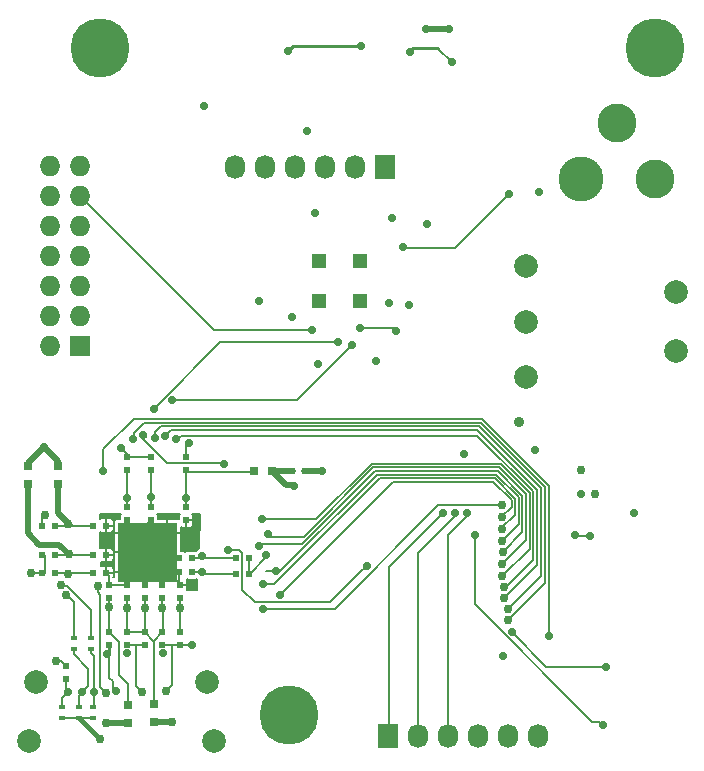
<source format=gbr>
G04 #@! TF.FileFunction,Copper,L4,Bot,Signal*
%FSLAX46Y46*%
G04 Gerber Fmt 4.6, Leading zero omitted, Abs format (unit mm)*
G04 Created by KiCad (PCBNEW (2015-04-17 BZR 5609)-product) date Fri 01 Apr 2016 01:29:39 PM CDT*
%MOMM*%
G01*
G04 APERTURE LIST*
%ADD10C,0.100000*%
%ADD11C,0.900000*%
%ADD12C,2.000000*%
%ADD13R,0.500000X0.600000*%
%ADD14R,0.600000X0.500000*%
%ADD15R,0.800000X0.750000*%
%ADD16R,0.750000X0.800000*%
%ADD17R,0.400000X0.600000*%
%ADD18R,0.600000X0.400000*%
%ADD19R,1.727200X1.727200*%
%ADD20O,1.727200X1.727200*%
%ADD21C,5.000000*%
%ADD22R,1.150000X1.150000*%
%ADD23C,3.800000*%
%ADD24C,3.300000*%
%ADD25R,1.660000X1.660000*%
%ADD26R,1.727200X2.032000*%
%ADD27O,1.727200X2.032000*%
%ADD28C,0.736600*%
%ADD29C,0.762000*%
%ADD30C,0.152400*%
%ADD31C,0.508000*%
%ADD32C,0.203200*%
%ADD33C,0.381000*%
%ADD34C,0.254000*%
G04 APERTURE END LIST*
D10*
D11*
X89291998Y-98655010D03*
D12*
X47742400Y-125687200D03*
X63442400Y-125687200D03*
X48342400Y-120737200D03*
X62842400Y-120737200D03*
D13*
X61080000Y-102777380D03*
X61080000Y-101677380D03*
X56080000Y-116450000D03*
X56080000Y-117550000D03*
X56080000Y-102777380D03*
X56080000Y-101677380D03*
X57585000Y-116450000D03*
X57585000Y-117550000D03*
D14*
X61550000Y-111424720D03*
X60450000Y-111424720D03*
D13*
X59080000Y-116450000D03*
X59080000Y-117550000D03*
X61080000Y-105879720D03*
X61080000Y-106979720D03*
X56080000Y-113580000D03*
X56080000Y-112480000D03*
X56080000Y-105879720D03*
X56080000Y-106979720D03*
X57585000Y-113580000D03*
X57585000Y-112480000D03*
D14*
X65310000Y-111521240D03*
X66410000Y-111521240D03*
D13*
X59080000Y-113580000D03*
X59080000Y-112480000D03*
X54580000Y-116450000D03*
X54580000Y-117550000D03*
D14*
X50019040Y-111467600D03*
X48919040Y-111467600D03*
X50019040Y-109967600D03*
X48919040Y-109967600D03*
D13*
X60580000Y-116450000D03*
X60580000Y-117550000D03*
D14*
X50019040Y-107467600D03*
X48919040Y-107467600D03*
X53194240Y-109967600D03*
X54294240Y-109967600D03*
D13*
X54580000Y-113580000D03*
X54580000Y-112480000D03*
X58080000Y-102777380D03*
X58080000Y-101677380D03*
X60580000Y-113580000D03*
X60580000Y-112480000D03*
D14*
X65310000Y-110220000D03*
X66410000Y-110220000D03*
X53194240Y-111467600D03*
X54294240Y-111467600D03*
X53194240Y-107467600D03*
X54294240Y-107467600D03*
D13*
X58090000Y-105879720D03*
X58090000Y-106979720D03*
D14*
X61550000Y-110220000D03*
X60450000Y-110220000D03*
D15*
X68357180Y-102880160D03*
X66857180Y-102880160D03*
D16*
X58348880Y-124089860D03*
X58348880Y-122589860D03*
X56151780Y-124143200D03*
X56151780Y-122643200D03*
X50215800Y-102450200D03*
X50215800Y-103950200D03*
X47701200Y-102450200D03*
X47701200Y-103950200D03*
D17*
X70162000Y-102870000D03*
X71062000Y-102870000D03*
D18*
X53182900Y-123756080D03*
X53182900Y-122856080D03*
X51968780Y-123748460D03*
X51968780Y-122848460D03*
X50579400Y-123756080D03*
X50579400Y-122856080D03*
X51562000Y-116991980D03*
X51562000Y-117891980D03*
X53065680Y-116999600D03*
X53065680Y-117899600D03*
D13*
X50921920Y-120478640D03*
X50921920Y-119378640D03*
D19*
X52110640Y-92290900D03*
D20*
X49570640Y-92290900D03*
X52110640Y-89750900D03*
X49570640Y-89750900D03*
X52110640Y-87210900D03*
X49570640Y-87210900D03*
X52110640Y-84670900D03*
X49570640Y-84670900D03*
X52110640Y-82130900D03*
X49570640Y-82130900D03*
X52110640Y-79590900D03*
X49570640Y-79590900D03*
X52110640Y-77050900D03*
X49570640Y-77050900D03*
D21*
X53797200Y-67005200D03*
X69800013Y-123500007D03*
X100787200Y-67005200D03*
D22*
X75768280Y-85030800D03*
X72318280Y-85030800D03*
X75768280Y-88480800D03*
X72318280Y-88480800D03*
D23*
X94540200Y-78143100D03*
D24*
X100790200Y-78143100D03*
X97540200Y-73343100D03*
D12*
X89834720Y-90192420D03*
X89834720Y-94892420D03*
X89834720Y-85492420D03*
X102534720Y-87688420D03*
X102534720Y-92696420D03*
D25*
X56170000Y-111377600D03*
X56170000Y-109717600D03*
X56170000Y-108057600D03*
X57830000Y-108057600D03*
X57830000Y-109717600D03*
X57830000Y-111377600D03*
X59490000Y-108057600D03*
X59490000Y-109717600D03*
X59490000Y-111377600D03*
D26*
X78180000Y-125260000D03*
D27*
X80720000Y-125260000D03*
X83260000Y-125260000D03*
X85800000Y-125260000D03*
X88340000Y-125260000D03*
X90880000Y-125260000D03*
D26*
X77876400Y-77063600D03*
D27*
X75336400Y-77063600D03*
X72796400Y-77063600D03*
X70256400Y-77063600D03*
X67716400Y-77063600D03*
X65176400Y-77063600D03*
D28*
X61569600Y-117551200D03*
D29*
X59385200Y-121462800D03*
X57302400Y-121513600D03*
X47955200Y-111506000D03*
X49098190Y-106527600D03*
D28*
X67840343Y-109976179D03*
X90593070Y-101055010D03*
X83300000Y-65390000D03*
X81407000Y-65405000D03*
X79950000Y-88790000D03*
X67259200Y-88450420D03*
X90932000Y-79248000D03*
X87900000Y-118490000D03*
X55591358Y-100892799D03*
X61350000Y-100436910D03*
X55185443Y-121503961D03*
X54396910Y-118364000D03*
X59091898Y-118231128D03*
X56086920Y-118247921D03*
D29*
X53594000Y-112572800D03*
X54289998Y-121610000D03*
D28*
X53300000Y-121574551D03*
X52300000Y-121574551D03*
X51050000Y-121574551D03*
D29*
X50088800Y-118922800D03*
X54576980Y-114382079D03*
X60580000Y-114462608D03*
X56080000Y-114462608D03*
X57585000Y-114462608D03*
X59080000Y-114465651D03*
D28*
X56080000Y-105093069D03*
X61080000Y-105093069D03*
X62410340Y-111414560D03*
D29*
X51096658Y-111577210D03*
X51104059Y-107357990D03*
D28*
X58080000Y-105016860D03*
X62466220Y-110045500D03*
X91805770Y-116840000D03*
X54073270Y-102801420D03*
X59921579Y-96827779D03*
X75100000Y-92140000D03*
D29*
X51155600Y-109857990D03*
X50444400Y-112522000D03*
X50888980Y-113331968D03*
X59842400Y-124104400D03*
D28*
X70210000Y-104090000D03*
D29*
X54320000Y-124190000D03*
D28*
X49050000Y-100840000D03*
X62600000Y-71940000D03*
D29*
X53771800Y-125501400D03*
D28*
X72590000Y-102860000D03*
X98983799Y-106428262D03*
X72263000Y-93751400D03*
X81450000Y-81940000D03*
X94475000Y-104765000D03*
X71350000Y-74040000D03*
D29*
X95675002Y-104790000D03*
D28*
X64272160Y-102247711D03*
X57460000Y-99760000D03*
X56610994Y-100103958D03*
D29*
X88302742Y-115481392D03*
X88290400Y-114553996D03*
D28*
X58450000Y-100088098D03*
D29*
X88009498Y-113589183D03*
D28*
X59328341Y-99836920D03*
D29*
X87971200Y-112674400D03*
D28*
X60181918Y-100136920D03*
D29*
X87864109Y-111722998D03*
D28*
X67500000Y-106940000D03*
D29*
X87846457Y-110745215D03*
D28*
X68040000Y-108176910D03*
D29*
X87867404Y-109718569D03*
D28*
X67242921Y-109217079D03*
D29*
X87849222Y-108758128D03*
D28*
X68710000Y-111326920D03*
D29*
X87847027Y-107744534D03*
D28*
X67560000Y-112443080D03*
D29*
X87846609Y-106745035D03*
D28*
X68991087Y-113339480D03*
D29*
X87844873Y-105747095D03*
D28*
X67550000Y-114538750D03*
X64617600Y-109554910D03*
X76418173Y-110846920D03*
X78251158Y-88638842D03*
X77150000Y-93540000D03*
X70078600Y-89839800D03*
X79450000Y-83890000D03*
X71950000Y-81040000D03*
X78500000Y-81440000D03*
X88400000Y-79390000D03*
D29*
X94495091Y-102723209D03*
D28*
X84600000Y-101440000D03*
X69700000Y-67290000D03*
X75900000Y-66890000D03*
X80000000Y-67340000D03*
X83550000Y-68240000D03*
X85577304Y-108219923D03*
X96340000Y-124380000D03*
X75800000Y-90740000D03*
X78881210Y-90952157D03*
X95275411Y-108341278D03*
X94009525Y-108263681D03*
X84836000Y-106426000D03*
X83820000Y-106426000D03*
X82804000Y-106426000D03*
X96620000Y-119420000D03*
X88650000Y-116440000D03*
X71729600Y-90932000D03*
X58318400Y-97586800D03*
X73905977Y-91946724D03*
D30*
X54580000Y-118165190D02*
X54580000Y-120120000D01*
X59874312Y-117550000D02*
X60580000Y-117550000D01*
X59080000Y-117550000D02*
X59874312Y-117550000D01*
X59874312Y-117550000D02*
X59874312Y-120973688D01*
X59874312Y-120973688D02*
X59385200Y-121462800D01*
X56870883Y-117550000D02*
X57585000Y-117550000D01*
X56080000Y-117550000D02*
X56870883Y-117550000D01*
X56870883Y-117550000D02*
X56870883Y-121082083D01*
X56870883Y-121082083D02*
X57302400Y-121513600D01*
X60580000Y-117550000D02*
X61568400Y-117550000D01*
X61568400Y-117550000D02*
X61569600Y-117551200D01*
X48919040Y-111467600D02*
X47993600Y-111467600D01*
X47993600Y-111467600D02*
X47955200Y-111506000D01*
X48919040Y-107467600D02*
X48919040Y-106706750D01*
X48919040Y-106706750D02*
X49098190Y-106527600D01*
X60450000Y-111424720D02*
X59537120Y-111424720D01*
X59537120Y-111424720D02*
X59490000Y-111377600D01*
X60450000Y-110220000D02*
X59992400Y-110220000D01*
X59992400Y-110220000D02*
X59490000Y-109717600D01*
X66410000Y-111521240D02*
X66410000Y-110220000D01*
X61080000Y-101677380D02*
X61080000Y-100545750D01*
X61080000Y-100545750D02*
X61274960Y-100350790D01*
X58080000Y-101677380D02*
X57677600Y-101677380D01*
X57677600Y-101677380D02*
X56080000Y-101677380D01*
X57830000Y-108057600D02*
X57830000Y-107239720D01*
X57830000Y-107239720D02*
X58090000Y-106979720D01*
X56170000Y-108057600D02*
X56170000Y-107069720D01*
X56170000Y-107069720D02*
X56080000Y-106979720D01*
X56080000Y-112480000D02*
X56080000Y-111467600D01*
X56080000Y-111467600D02*
X56170000Y-111377600D01*
X60580000Y-112480000D02*
X60580000Y-112430000D01*
X60580000Y-112430000D02*
X59527600Y-111377600D01*
X59527600Y-111377600D02*
X59490000Y-111377600D01*
X57585000Y-112480000D02*
X57585000Y-111622600D01*
X57585000Y-111622600D02*
X57830000Y-111377600D01*
X59080000Y-112480000D02*
X59080000Y-111787600D01*
X59080000Y-111787600D02*
X59490000Y-111377600D01*
X56080000Y-112480000D02*
X54580000Y-112480000D01*
X49173040Y-110776538D02*
X49173040Y-110846960D01*
D31*
X81407000Y-65405000D02*
X83312000Y-65405000D01*
D30*
X54580000Y-112480000D02*
X54580000Y-111753360D01*
X54580000Y-111753360D02*
X54294240Y-111467600D01*
X60580000Y-112480000D02*
X60477400Y-112377400D01*
X60477400Y-112377400D02*
X60477400Y-111452120D01*
X60477400Y-111452120D02*
X60450000Y-111424720D01*
X49173040Y-110776538D02*
X49173040Y-111467600D01*
X49173040Y-109967600D02*
X49173040Y-110776538D01*
X59094090Y-117564090D02*
X59080000Y-117550000D01*
X54580000Y-118165190D02*
X54575190Y-118170000D01*
X54580000Y-117550000D02*
X54580000Y-118165190D01*
X66460000Y-111521240D02*
X67840343Y-110140897D01*
X66410000Y-111521240D02*
X66460000Y-111521240D01*
X67840343Y-110140897D02*
X67840343Y-109976179D01*
D32*
X83300000Y-65390000D02*
X81422000Y-65390000D01*
X81422000Y-65390000D02*
X81407000Y-65405000D01*
D30*
X56080000Y-101381441D02*
X55591358Y-100892799D01*
X56080000Y-101677380D02*
X56080000Y-101381441D01*
X61274960Y-100361870D02*
X61350000Y-100436910D01*
X61274960Y-100350790D02*
X61274960Y-100361870D01*
X54580000Y-120120000D02*
X54580000Y-120340000D01*
X54899599Y-121218117D02*
X55185443Y-121503961D01*
X54899599Y-120659599D02*
X54899599Y-121218117D01*
X54580000Y-120340000D02*
X54899599Y-120659599D01*
X54610000Y-117580000D02*
X54580000Y-117550000D01*
X54610000Y-118150910D02*
X54610000Y-117580000D01*
X54396910Y-118364000D02*
X54610000Y-118150910D01*
X53594000Y-112572800D02*
X53594000Y-113111615D01*
X53594000Y-113111615D02*
X53800000Y-113317615D01*
X53800000Y-113317615D02*
X53800000Y-121120002D01*
X53800000Y-121120002D02*
X53908999Y-121229001D01*
X53908999Y-121229001D02*
X54289998Y-121610000D01*
X53300000Y-121574551D02*
X53300000Y-122738980D01*
X53300000Y-122738980D02*
X53182900Y-122856080D01*
X53300000Y-120840000D02*
X53300000Y-121574551D01*
X53065680Y-117899600D02*
X53065680Y-118252000D01*
X53065680Y-118252000D02*
X53300000Y-118486320D01*
X53300000Y-118486320D02*
X53300000Y-120840000D01*
X52811680Y-119565420D02*
X52811680Y-121062871D01*
X52811680Y-121062871D02*
X52300000Y-121574551D01*
X51968780Y-122848460D02*
X51968780Y-121905771D01*
X51968780Y-121905771D02*
X52300000Y-121574551D01*
X51562000Y-118315740D02*
X52811680Y-119565420D01*
X51562000Y-117891980D02*
X51562000Y-118315740D01*
X50921920Y-120478640D02*
X50921920Y-121461920D01*
X50921920Y-121461920D02*
X51050000Y-121590000D01*
X51050000Y-121590000D02*
X51050000Y-121574551D01*
X50579400Y-122856080D02*
X50579400Y-122045151D01*
X50579400Y-122045151D02*
X51050000Y-121574551D01*
X50455920Y-118912640D02*
X50921920Y-119378640D01*
X50078640Y-118912640D02*
X50455920Y-118912640D01*
X56151780Y-122643200D02*
X56151780Y-120845580D01*
X56151780Y-120845580D02*
X55397400Y-120091200D01*
X55397400Y-120091200D02*
X55397400Y-117317400D01*
X55397400Y-117317400D02*
X54580000Y-116500000D01*
X54580000Y-116500000D02*
X54580000Y-116450000D01*
X60580000Y-116500000D02*
X60580000Y-116450000D01*
X54580000Y-114379059D02*
X54580000Y-114484225D01*
X54580000Y-113580000D02*
X54580000Y-114379059D01*
X60580000Y-113580000D02*
X60580000Y-114032400D01*
X60580000Y-114462608D02*
X60580000Y-114363284D01*
X60580000Y-114032400D02*
X60580000Y-114462608D01*
X54576980Y-114382079D02*
X54576980Y-116486940D01*
X54580000Y-114379059D02*
X54576980Y-114382079D01*
X60581540Y-114464148D02*
X60581540Y-116423440D01*
X60580000Y-114462608D02*
X60581540Y-114464148D01*
X59080000Y-113580000D02*
X59080000Y-114465651D01*
X59080000Y-114465651D02*
X59080000Y-114655200D01*
X59080000Y-114655200D02*
X59098180Y-114673380D01*
X59098180Y-114673380D02*
X59098180Y-116474240D01*
X57585000Y-114462608D02*
X57585000Y-113580000D01*
X58430160Y-122579700D02*
X58356500Y-122506040D01*
X58356500Y-122506040D02*
X58356500Y-121953640D01*
X58356500Y-121953640D02*
X58356500Y-119819830D01*
X58356500Y-119938800D02*
X58356500Y-119819830D01*
X58356500Y-119819830D02*
X58356500Y-117223500D01*
X57585000Y-116450000D02*
X56080000Y-116450000D01*
X58356500Y-117223500D02*
X58308500Y-117223500D01*
X58308500Y-117223500D02*
X57585000Y-116500000D01*
X57585000Y-116500000D02*
X57585000Y-116450000D01*
X58356500Y-117223500D02*
X59080000Y-116500000D01*
X59080000Y-116500000D02*
X59080000Y-116450000D01*
X56080000Y-113580000D02*
X56080000Y-114032400D01*
X56080000Y-114544404D02*
X56080000Y-114462608D01*
X56080000Y-114032400D02*
X56080000Y-114544404D01*
X56083200Y-114547604D02*
X56083200Y-116507260D01*
X56080000Y-114544404D02*
X56083200Y-114547604D01*
X57585000Y-116465960D02*
X57581800Y-116469160D01*
X57585000Y-113580000D02*
X57585000Y-116465960D01*
X65310000Y-111521240D02*
X62517020Y-111521240D01*
X62517020Y-111521240D02*
X62410340Y-111414560D01*
X61550000Y-111424720D02*
X62400180Y-111424720D01*
X62400180Y-111424720D02*
X62410340Y-111414560D01*
X61080000Y-102827380D02*
X61080000Y-105024814D01*
X61080000Y-105024814D02*
X61080000Y-105879720D01*
X61080000Y-102777380D02*
X61080000Y-102827380D01*
X56080000Y-105016860D02*
X56080000Y-102591960D01*
X56080000Y-105879720D02*
X56080000Y-105016860D01*
X56098440Y-102614820D02*
X56075580Y-102591960D01*
X66807340Y-102930000D02*
X66857180Y-102880160D01*
X61232620Y-102930000D02*
X66807340Y-102930000D01*
X61080000Y-102777380D02*
X61232620Y-102930000D01*
X51096658Y-111577210D02*
X50974648Y-111455200D01*
X50974648Y-111455200D02*
X50031440Y-111455200D01*
X50031440Y-111455200D02*
X50019040Y-111467600D01*
X53194240Y-111467600D02*
X51206268Y-111467600D01*
X51206268Y-111467600D02*
X51096658Y-111577210D01*
X51104059Y-107357990D02*
X50969249Y-107492800D01*
X50969249Y-107492800D02*
X50044240Y-107492800D01*
X50044240Y-107492800D02*
X50019040Y-107467600D01*
X53194240Y-107467600D02*
X51308200Y-107467600D01*
X51308200Y-107467600D02*
X51231800Y-107391200D01*
X51181068Y-107391200D02*
X51231800Y-107391200D01*
X51104668Y-107467600D02*
X51181068Y-107391200D01*
X61644620Y-110220000D02*
X61645380Y-110220760D01*
X61645380Y-110220760D02*
X62290960Y-110220760D01*
X62290960Y-110220760D02*
X62466220Y-110045500D01*
X62640720Y-110220000D02*
X62466220Y-110045500D01*
X65310000Y-110220000D02*
X62640720Y-110220000D01*
X65312200Y-110220760D02*
X64282320Y-110220760D01*
X58080000Y-104953584D02*
X58080000Y-105869720D01*
X58080000Y-102777380D02*
X58080000Y-104953584D01*
X58080000Y-104953584D02*
X58080000Y-105047553D01*
X58080000Y-105869720D02*
X58090000Y-105879720D01*
X51104668Y-107467600D02*
X53194240Y-107467600D01*
X51096658Y-111467600D02*
X51056608Y-111467600D01*
D31*
X50215800Y-106375200D02*
X51231800Y-107391200D01*
X50215800Y-103950200D02*
X50215800Y-106375200D01*
D30*
X56644239Y-98445761D02*
X54073270Y-101016730D01*
X91810000Y-116780000D02*
X91810000Y-104093579D01*
X91810000Y-104093579D02*
X86162182Y-98445761D01*
X86162182Y-98445761D02*
X56644239Y-98445761D01*
X54073270Y-101016730D02*
X54073270Y-102280566D01*
X54073270Y-102280566D02*
X54073270Y-102801420D01*
X59918600Y-96824800D02*
X70446736Y-96824800D01*
X70446736Y-96824800D02*
X74833498Y-92438038D01*
X74833498Y-92438038D02*
X75112897Y-92158639D01*
X51155600Y-109857990D02*
X51031590Y-109982000D01*
X51031590Y-109982000D02*
X50033440Y-109982000D01*
X50033440Y-109982000D02*
X50019040Y-109967600D01*
D31*
X47701200Y-103950200D02*
X47701200Y-108131200D01*
X47701200Y-108131200D02*
X48650000Y-109080000D01*
X48650000Y-109080000D02*
X50349928Y-109080000D01*
X50349928Y-109080000D02*
X51216808Y-109946880D01*
D30*
X51240838Y-109967600D02*
X51112678Y-109967600D01*
X53194240Y-109967600D02*
X51240838Y-109967600D01*
X50839527Y-112572800D02*
X50495200Y-112572800D01*
X50495200Y-112572800D02*
X50444400Y-112522000D01*
X53030120Y-114610989D02*
X50991931Y-112572800D01*
X53030120Y-116953880D02*
X53030120Y-114610989D01*
X50991931Y-112572800D02*
X50839527Y-112572800D01*
X51562000Y-113893600D02*
X51231799Y-113563399D01*
X51231799Y-113563399D02*
X50952400Y-113284000D01*
X51562000Y-116991980D02*
X51562000Y-113893600D01*
D31*
X59842400Y-124104400D02*
X58363420Y-124104400D01*
X58363420Y-124104400D02*
X58348880Y-124089860D01*
X68357180Y-102880160D02*
X68615560Y-102880160D01*
X70162000Y-102870000D02*
X68367340Y-102870000D01*
X68367340Y-102870000D02*
X68357180Y-102880160D01*
X68357180Y-102880160D02*
X68382180Y-102880160D01*
X68382180Y-102880160D02*
X69572020Y-104070000D01*
X70190000Y-104070000D02*
X70210000Y-104090000D01*
X69572020Y-104070000D02*
X70190000Y-104070000D01*
X56151780Y-124143200D02*
X54366800Y-124143200D01*
X54366800Y-124143200D02*
X54320000Y-124190000D01*
D33*
X47678340Y-102424800D02*
X47678340Y-102399800D01*
X50223420Y-102316280D02*
X50223420Y-102291280D01*
D31*
X50215800Y-102005800D02*
X49050000Y-100840000D01*
X50215800Y-102450200D02*
X50215800Y-102005800D01*
X47701200Y-102188800D02*
X49050000Y-100840000D01*
X47701200Y-102450200D02*
X47701200Y-102188800D01*
D33*
X52468780Y-124198380D02*
X53771800Y-125501400D01*
D30*
X53182900Y-123756080D02*
X51976400Y-123756080D01*
X50579400Y-123756080D02*
X51961160Y-123756080D01*
D31*
X72580000Y-102870000D02*
X72590000Y-102860000D01*
X71062000Y-102870000D02*
X72580000Y-102870000D01*
D33*
X52018860Y-123748460D02*
X52468780Y-124198380D01*
X51968780Y-123748460D02*
X52018860Y-123748460D01*
D30*
X64272160Y-102207060D02*
X64272160Y-102247711D01*
X59497060Y-102207060D02*
X64272160Y-102207060D01*
X57460000Y-100170000D02*
X59497060Y-102207060D01*
X57460000Y-99820000D02*
X57460000Y-100170000D01*
X57460000Y-99801800D02*
X57460000Y-99760000D01*
X57647840Y-99989640D02*
X57460000Y-99801800D01*
X56657240Y-100015040D02*
X56657240Y-99599346D01*
X86015010Y-98750571D02*
X91449311Y-104184872D01*
X56657240Y-99599346D02*
X57506015Y-98750571D01*
X88683741Y-115100393D02*
X88302742Y-115481392D01*
X91449311Y-112334823D02*
X88683741Y-115100393D01*
X91449311Y-104184872D02*
X91449311Y-112334823D01*
X57506015Y-98750571D02*
X86015010Y-98750571D01*
X88671399Y-114172997D02*
X88290400Y-114553996D01*
X91119413Y-104306963D02*
X91119413Y-111724983D01*
X85867830Y-99055380D02*
X91119413Y-104306963D01*
X58961864Y-99055380D02*
X85867830Y-99055380D01*
X58450000Y-100088098D02*
X58450000Y-99567244D01*
X91119413Y-111724983D02*
X88671399Y-114172997D01*
X58450000Y-99567244D02*
X58961864Y-99055380D01*
X87986269Y-113588153D02*
X88240247Y-113588153D01*
X88390497Y-113208184D02*
X88009498Y-113589183D01*
X90764423Y-104424881D02*
X90764423Y-110834258D01*
X59161680Y-100025220D02*
X59826710Y-99360190D01*
X90764423Y-110834258D02*
X88390497Y-113208184D01*
X85699732Y-99360190D02*
X90764423Y-104424881D01*
X59826710Y-99360190D02*
X85699732Y-99360190D01*
X60441185Y-100037950D02*
X60028094Y-100037950D01*
X60639135Y-99840000D02*
X60441185Y-100037950D01*
X85748476Y-99840000D02*
X60639135Y-99840000D01*
X90459614Y-104551138D02*
X85748476Y-99840000D01*
X90459617Y-110352783D02*
X90459617Y-104551145D01*
X87985600Y-112623600D02*
X88188800Y-112623600D01*
X90459617Y-104551145D02*
X90459614Y-104551138D01*
X87971200Y-112674400D02*
X87985600Y-112660000D01*
X88188800Y-112623600D02*
X90459617Y-110352783D01*
X87985600Y-112660000D02*
X87985600Y-112623600D01*
X67553840Y-107129580D02*
X67553840Y-107124646D01*
X67553840Y-107124646D02*
X67533457Y-107104263D01*
X72076660Y-106940000D02*
X67613880Y-106940000D01*
X67613880Y-106940000D02*
X67437000Y-107116880D01*
X76790705Y-102225955D02*
X72076660Y-106940000D01*
X87703363Y-102225955D02*
X76790705Y-102225955D01*
X90154808Y-104677402D02*
X87703363Y-102225955D01*
X90154808Y-109432299D02*
X90154808Y-104677402D01*
X87864109Y-111722998D02*
X90154808Y-109432299D01*
X68268725Y-108405635D02*
X68040000Y-108176910D01*
X71042091Y-108405635D02*
X68268725Y-108405635D01*
X76916961Y-102530765D02*
X71042091Y-108405635D01*
X89849998Y-104803658D02*
X87577107Y-102530765D01*
X89849998Y-108671322D02*
X89849998Y-104803658D01*
X89501980Y-109019340D02*
X89849998Y-108671322D01*
X87577107Y-102530765D02*
X76916961Y-102530765D01*
X89494310Y-109019340D02*
X89501980Y-109019340D01*
X87754410Y-110759240D02*
X89494310Y-109019340D01*
X89545189Y-104929915D02*
X89545189Y-108040784D01*
X87450851Y-102835575D02*
X89545189Y-104929915D01*
X77090071Y-102835575D02*
X87450851Y-102835575D01*
X70883442Y-109042200D02*
X77090071Y-102835575D01*
X67417800Y-109042200D02*
X70883442Y-109042200D01*
X89545189Y-108040784D02*
X87867404Y-109718569D01*
X67242921Y-109217079D02*
X67417800Y-109042200D01*
X67816754Y-111338297D02*
X69018411Y-111338297D01*
X88072758Y-108522603D02*
X87780659Y-108814702D01*
X69018411Y-111338297D02*
X77216327Y-103140385D01*
X89240379Y-105056171D02*
X89240379Y-107354982D01*
X89240379Y-107354982D02*
X88072758Y-108522603D01*
X87324597Y-103140387D02*
X89240379Y-105056171D01*
X77216327Y-103140385D02*
X87324597Y-103140387D01*
X88935569Y-106544431D02*
X87770000Y-107710000D01*
X88935569Y-105182427D02*
X88935569Y-106544431D01*
X87198340Y-103445196D02*
X88935569Y-105182427D01*
X77458218Y-103445196D02*
X87198340Y-103445196D01*
X68523696Y-112379718D02*
X77458218Y-103445196D01*
X67828160Y-112379718D02*
X68523696Y-112379718D01*
X87773369Y-106733340D02*
X88630759Y-105875950D01*
X88630759Y-105875950D02*
X88630759Y-105308683D01*
X69359386Y-112971181D02*
X68991087Y-113339480D01*
X88630759Y-105308683D02*
X87072083Y-103750005D01*
X87072083Y-103750005D02*
X78580562Y-103750005D01*
X78580562Y-103750005D02*
X69359386Y-112971181D01*
X73677598Y-114493040D02*
X82417457Y-105753181D01*
X87305704Y-105753181D02*
X87718795Y-105753181D01*
X82417457Y-105753181D02*
X87305704Y-105753181D01*
X67595710Y-114493040D02*
X68022996Y-114493040D01*
X67550000Y-114538750D02*
X67595710Y-114493040D01*
X68022996Y-114493040D02*
X73677598Y-114493040D01*
X67884040Y-114493040D02*
X68022996Y-114493040D01*
X76124834Y-111140259D02*
X76418173Y-110846920D01*
X76057741Y-111140259D02*
X76124834Y-111140259D01*
X73256160Y-113941840D02*
X76057741Y-111140259D01*
X66893420Y-113941840D02*
X73256160Y-113941840D01*
X65841880Y-112890300D02*
X66893420Y-113941840D01*
X65841880Y-109788958D02*
X65841880Y-112890300D01*
X65585342Y-109532420D02*
X65841880Y-109788958D01*
X64617600Y-109532420D02*
X65585342Y-109532420D01*
X79451200Y-83921600D02*
X83855932Y-83921600D01*
X83855932Y-83921600D02*
X88079767Y-79697765D01*
X88079767Y-79697765D02*
X88359166Y-79418366D01*
D34*
X70144310Y-66888690D02*
X75914970Y-66888690D01*
X80010000Y-67310000D02*
X80264000Y-67056000D01*
X80264000Y-67056000D02*
X82403900Y-67056000D01*
X70101310Y-66888690D02*
X69700000Y-67290000D01*
X70144310Y-66888690D02*
X70101310Y-66888690D01*
D32*
X82403900Y-67093900D02*
X83550000Y-68240000D01*
X82403900Y-67056000D02*
X82403900Y-67093900D01*
D30*
X76092233Y-90932000D02*
X75946030Y-90785797D01*
X96113601Y-124142501D02*
X96393000Y-124421900D01*
X96024996Y-124064996D02*
X96024996Y-124053896D01*
X96340000Y-124380000D02*
X96024996Y-124064996D01*
X96024996Y-124053896D02*
X96113601Y-124142501D01*
X78669053Y-90740000D02*
X78881210Y-90952157D01*
X75800000Y-90740000D02*
X78669053Y-90740000D01*
X95413896Y-124053896D02*
X96024996Y-124053896D01*
X85496400Y-114136400D02*
X95413896Y-124053896D01*
X85496400Y-108254800D02*
X85496400Y-114136400D01*
X94087122Y-108341278D02*
X94009525Y-108263681D01*
X95275411Y-108341278D02*
X94087122Y-108341278D01*
X83260000Y-125107600D02*
X83260000Y-125260000D01*
X83260000Y-108256000D02*
X83260000Y-125107600D01*
X84836000Y-106680000D02*
X83260000Y-108256000D01*
X84836000Y-106426000D02*
X84836000Y-106680000D01*
X80720000Y-124091600D02*
X80720000Y-125260000D01*
X80720000Y-109780000D02*
X80720000Y-124091600D01*
X83820000Y-106680000D02*
X80720000Y-109780000D01*
X83820000Y-106426000D02*
X83820000Y-106680000D01*
X78232000Y-125208000D02*
X78180000Y-125260000D01*
X78232000Y-110998000D02*
X78232000Y-125208000D01*
X82804000Y-106426000D02*
X78232000Y-110998000D01*
X88650000Y-116490000D02*
X88650000Y-116440000D01*
X91590800Y-119430800D02*
X88650000Y-116490000D01*
X96672400Y-119430800D02*
X91590800Y-119430800D01*
X52110640Y-79590900D02*
X63451740Y-90932000D01*
X63451740Y-90932000D02*
X71334469Y-90932000D01*
X71334469Y-90932000D02*
X71729600Y-90932000D01*
X58597799Y-97307401D02*
X58318400Y-97586800D01*
X63958476Y-91946724D02*
X58597799Y-97307401D01*
X73905977Y-91946724D02*
X63958476Y-91946724D01*
D32*
G36*
X54601270Y-112481270D02*
X54581270Y-112481270D01*
X54581270Y-112501270D01*
X54578730Y-112501270D01*
X54578730Y-112481270D01*
X54558730Y-112481270D01*
X54558730Y-112478730D01*
X54578730Y-112478730D01*
X54578730Y-112458730D01*
X54581270Y-112458730D01*
X54581270Y-112478730D01*
X54601270Y-112478730D01*
X54601270Y-112481270D01*
X54601270Y-112481270D01*
G37*
X54601270Y-112481270D02*
X54581270Y-112481270D01*
X54581270Y-112501270D01*
X54578730Y-112501270D01*
X54578730Y-112481270D01*
X54558730Y-112481270D01*
X54558730Y-112478730D01*
X54578730Y-112478730D01*
X54578730Y-112458730D01*
X54581270Y-112458730D01*
X54581270Y-112478730D01*
X54601270Y-112478730D01*
X54601270Y-112481270D01*
G36*
X62030751Y-112040768D02*
X61995361Y-112888528D01*
X61167232Y-112895076D01*
X61185600Y-112850733D01*
X61185600Y-112570170D01*
X61096700Y-112481270D01*
X60581270Y-112481270D01*
X60581270Y-112501270D01*
X60578730Y-112501270D01*
X60578730Y-112481270D01*
X60558730Y-112481270D01*
X60558730Y-112478730D01*
X60578730Y-112478730D01*
X60578730Y-112458730D01*
X60581270Y-112458730D01*
X60581270Y-112478730D01*
X61096700Y-112478730D01*
X61185600Y-112389830D01*
X61185600Y-112109267D01*
X61147249Y-112016680D01*
X61250000Y-112037287D01*
X61850000Y-112037287D01*
X61983304Y-112011422D01*
X61999748Y-112027895D01*
X62030751Y-112040768D01*
X62030751Y-112040768D01*
G37*
X62030751Y-112040768D02*
X61995361Y-112888528D01*
X61167232Y-112895076D01*
X61185600Y-112850733D01*
X61185600Y-112570170D01*
X61096700Y-112481270D01*
X60581270Y-112481270D01*
X60581270Y-112501270D01*
X60578730Y-112501270D01*
X60578730Y-112481270D01*
X60558730Y-112481270D01*
X60558730Y-112478730D01*
X60578730Y-112478730D01*
X60578730Y-112458730D01*
X60581270Y-112458730D01*
X60581270Y-112478730D01*
X61096700Y-112478730D01*
X61185600Y-112389830D01*
X61185600Y-112109267D01*
X61147249Y-112016680D01*
X61250000Y-112037287D01*
X61850000Y-112037287D01*
X61983304Y-112011422D01*
X61999748Y-112027895D01*
X62030751Y-112040768D01*
G36*
X62263657Y-106461741D02*
X62141138Y-109396560D01*
X62056699Y-109431450D01*
X61875321Y-109612511D01*
X61850000Y-109607433D01*
X61685600Y-109607433D01*
X61685600Y-107350453D01*
X61685600Y-107069890D01*
X61596700Y-106980990D01*
X61081270Y-106980990D01*
X61081270Y-107546420D01*
X61170170Y-107635320D01*
X61259267Y-107635320D01*
X61400733Y-107635320D01*
X61531431Y-107581183D01*
X61631463Y-107481151D01*
X61685600Y-107350453D01*
X61685600Y-109607433D01*
X61250000Y-109607433D01*
X61114411Y-109633741D01*
X60995241Y-109712023D01*
X60995110Y-109712216D01*
X60951431Y-109668537D01*
X60820733Y-109614400D01*
X60675600Y-109614400D01*
X60675600Y-108958333D01*
X60675600Y-108816867D01*
X60675600Y-108147770D01*
X60586700Y-108058870D01*
X59491270Y-108058870D01*
X59491270Y-108620900D01*
X59491270Y-109154300D01*
X59491270Y-109716330D01*
X59511270Y-109716330D01*
X59511270Y-109718870D01*
X59491270Y-109718870D01*
X59491270Y-110280900D01*
X59491270Y-110814300D01*
X59491270Y-111376330D01*
X59511270Y-111376330D01*
X59511270Y-111378870D01*
X59491270Y-111378870D01*
X59491270Y-111398870D01*
X59488730Y-111398870D01*
X59488730Y-111378870D01*
X59488730Y-111376330D01*
X59488730Y-110814300D01*
X59488730Y-110280900D01*
X59488730Y-109718870D01*
X59488730Y-109716330D01*
X59488730Y-109154300D01*
X59488730Y-108620900D01*
X59488730Y-108058870D01*
X58926700Y-108058870D01*
X58393300Y-108058870D01*
X57831270Y-108058870D01*
X57831270Y-108620900D01*
X57831270Y-109154300D01*
X57831270Y-109716330D01*
X58393300Y-109716330D01*
X58926700Y-109716330D01*
X59488730Y-109716330D01*
X59488730Y-109718870D01*
X58926700Y-109718870D01*
X58393300Y-109718870D01*
X57831270Y-109718870D01*
X57831270Y-110280900D01*
X57831270Y-110814300D01*
X57831270Y-111376330D01*
X58393300Y-111376330D01*
X58926700Y-111376330D01*
X59488730Y-111376330D01*
X59488730Y-111378870D01*
X58926700Y-111378870D01*
X58393300Y-111378870D01*
X57831270Y-111378870D01*
X57831270Y-111398870D01*
X57828730Y-111398870D01*
X57828730Y-111378870D01*
X57828730Y-111376330D01*
X57828730Y-110814300D01*
X57828730Y-110280900D01*
X57828730Y-109718870D01*
X57828730Y-109716330D01*
X57828730Y-109154300D01*
X57828730Y-108620900D01*
X57828730Y-108058870D01*
X57266700Y-108058870D01*
X56733300Y-108058870D01*
X56171270Y-108058870D01*
X56171270Y-108620900D01*
X56171270Y-109154300D01*
X56171270Y-109716330D01*
X56733300Y-109716330D01*
X57266700Y-109716330D01*
X57828730Y-109716330D01*
X57828730Y-109718870D01*
X57266700Y-109718870D01*
X56733300Y-109718870D01*
X56171270Y-109718870D01*
X56171270Y-110280900D01*
X56171270Y-110814300D01*
X56171270Y-111376330D01*
X56733300Y-111376330D01*
X57266700Y-111376330D01*
X57828730Y-111376330D01*
X57828730Y-111378870D01*
X57266700Y-111378870D01*
X56733300Y-111378870D01*
X56171270Y-111378870D01*
X56171270Y-111398870D01*
X56168730Y-111398870D01*
X56168730Y-111378870D01*
X56168730Y-111376330D01*
X56168730Y-110814300D01*
X56168730Y-110280900D01*
X56168730Y-109718870D01*
X56168730Y-109716330D01*
X56168730Y-109154300D01*
X56168730Y-108620900D01*
X56168730Y-108058870D01*
X55073300Y-108058870D01*
X54984400Y-108147770D01*
X54984400Y-108816867D01*
X54984400Y-108958333D01*
X54984400Y-109627430D01*
X55073300Y-109716330D01*
X56168730Y-109716330D01*
X56168730Y-109718870D01*
X55073300Y-109718870D01*
X54984400Y-109807770D01*
X54984400Y-110476867D01*
X54984400Y-110618333D01*
X54984400Y-111287430D01*
X55073300Y-111376330D01*
X56168730Y-111376330D01*
X56168730Y-111378870D01*
X55073300Y-111378870D01*
X54984400Y-111467770D01*
X54984400Y-111859056D01*
X54929896Y-111836480D01*
X54949840Y-111788333D01*
X54949840Y-111646867D01*
X54949840Y-111557770D01*
X54949840Y-111377430D01*
X54949840Y-111288333D01*
X54949840Y-111146867D01*
X54949840Y-110288333D01*
X54949840Y-110146867D01*
X54949840Y-110057770D01*
X54949840Y-109877430D01*
X54949840Y-109788333D01*
X54949840Y-109646867D01*
X54949840Y-107788333D01*
X54949840Y-107646867D01*
X54949840Y-107557770D01*
X54949840Y-107377430D01*
X54949840Y-107288333D01*
X54949840Y-107146867D01*
X54895703Y-107016169D01*
X54795671Y-106916137D01*
X54664973Y-106862000D01*
X54384410Y-106862000D01*
X54295510Y-106950900D01*
X54295510Y-107466330D01*
X54860940Y-107466330D01*
X54949840Y-107377430D01*
X54949840Y-107557770D01*
X54860940Y-107468870D01*
X54295510Y-107468870D01*
X54295510Y-107984300D01*
X54384410Y-108073200D01*
X54664973Y-108073200D01*
X54795671Y-108019063D01*
X54895703Y-107919031D01*
X54949840Y-107788333D01*
X54949840Y-109646867D01*
X54895703Y-109516169D01*
X54795671Y-109416137D01*
X54664973Y-109362000D01*
X54384410Y-109362000D01*
X54295510Y-109450900D01*
X54295510Y-109966330D01*
X54860940Y-109966330D01*
X54949840Y-109877430D01*
X54949840Y-110057770D01*
X54860940Y-109968870D01*
X54295510Y-109968870D01*
X54295510Y-110484300D01*
X54384410Y-110573200D01*
X54664973Y-110573200D01*
X54795671Y-110519063D01*
X54895703Y-110419031D01*
X54949840Y-110288333D01*
X54949840Y-111146867D01*
X54895703Y-111016169D01*
X54795671Y-110916137D01*
X54664973Y-110862000D01*
X54384410Y-110862000D01*
X54295510Y-110950900D01*
X54295510Y-111466330D01*
X54860940Y-111466330D01*
X54949840Y-111377430D01*
X54949840Y-111557770D01*
X54860940Y-111468870D01*
X54295510Y-111468870D01*
X54295510Y-111488870D01*
X54292970Y-111488870D01*
X54292970Y-111468870D01*
X54272970Y-111468870D01*
X54272970Y-111466330D01*
X54292970Y-111466330D01*
X54292970Y-110950900D01*
X54204070Y-110862000D01*
X53923507Y-110862000D01*
X53833087Y-110899452D01*
X53831425Y-110535058D01*
X53923507Y-110573200D01*
X54204070Y-110573200D01*
X54292970Y-110484300D01*
X54292970Y-109968870D01*
X54272970Y-109968870D01*
X54272970Y-109966330D01*
X54292970Y-109966330D01*
X54292970Y-109450900D01*
X54204070Y-109362000D01*
X53923507Y-109362000D01*
X53826259Y-109402281D01*
X53820001Y-108030326D01*
X53923507Y-108073200D01*
X54204070Y-108073200D01*
X54292970Y-107984300D01*
X54292970Y-107468870D01*
X54272970Y-107468870D01*
X54272970Y-107466330D01*
X54292970Y-107466330D01*
X54292970Y-106950900D01*
X54204070Y-106862000D01*
X53923507Y-106862000D01*
X53814878Y-106906995D01*
X53812904Y-106474111D01*
X55535236Y-106471589D01*
X55528537Y-106478289D01*
X55474400Y-106608987D01*
X55474400Y-106872000D01*
X55410733Y-106872000D01*
X55269267Y-106872000D01*
X55138569Y-106926137D01*
X55038537Y-107026169D01*
X54984400Y-107156867D01*
X54984400Y-107967430D01*
X55073300Y-108056330D01*
X56168730Y-108056330D01*
X56168730Y-108036330D01*
X56171270Y-108036330D01*
X56171270Y-108056330D01*
X56733300Y-108056330D01*
X57266700Y-108056330D01*
X57828730Y-108056330D01*
X57828730Y-108036330D01*
X57831270Y-108036330D01*
X57831270Y-108056330D01*
X58393300Y-108056330D01*
X58926700Y-108056330D01*
X59488730Y-108056330D01*
X59488730Y-106960900D01*
X59399830Y-106872000D01*
X58730733Y-106872000D01*
X58695600Y-106872000D01*
X58695600Y-106608987D01*
X58641463Y-106478289D01*
X58630233Y-106467059D01*
X60542565Y-106464260D01*
X60528537Y-106478289D01*
X60474400Y-106608987D01*
X60474400Y-106889550D01*
X60503601Y-106918751D01*
X60390733Y-106872000D01*
X60249267Y-106872000D01*
X59580170Y-106872000D01*
X59491270Y-106960900D01*
X59491270Y-108056330D01*
X60586700Y-108056330D01*
X60675600Y-107967430D01*
X60675600Y-107600663D01*
X60759267Y-107635320D01*
X60900733Y-107635320D01*
X60989830Y-107635320D01*
X61078730Y-107546420D01*
X61078730Y-106980990D01*
X61058730Y-106980990D01*
X61058730Y-106978450D01*
X61078730Y-106978450D01*
X61078730Y-106958450D01*
X61081270Y-106958450D01*
X61081270Y-106978450D01*
X61596700Y-106978450D01*
X61685600Y-106889550D01*
X61685600Y-106608987D01*
X61631463Y-106478289D01*
X61615863Y-106462689D01*
X62263657Y-106461741D01*
X62263657Y-106461741D01*
G37*
X62263657Y-106461741D02*
X62141138Y-109396560D01*
X62056699Y-109431450D01*
X61875321Y-109612511D01*
X61850000Y-109607433D01*
X61685600Y-109607433D01*
X61685600Y-107350453D01*
X61685600Y-107069890D01*
X61596700Y-106980990D01*
X61081270Y-106980990D01*
X61081270Y-107546420D01*
X61170170Y-107635320D01*
X61259267Y-107635320D01*
X61400733Y-107635320D01*
X61531431Y-107581183D01*
X61631463Y-107481151D01*
X61685600Y-107350453D01*
X61685600Y-109607433D01*
X61250000Y-109607433D01*
X61114411Y-109633741D01*
X60995241Y-109712023D01*
X60995110Y-109712216D01*
X60951431Y-109668537D01*
X60820733Y-109614400D01*
X60675600Y-109614400D01*
X60675600Y-108958333D01*
X60675600Y-108816867D01*
X60675600Y-108147770D01*
X60586700Y-108058870D01*
X59491270Y-108058870D01*
X59491270Y-108620900D01*
X59491270Y-109154300D01*
X59491270Y-109716330D01*
X59511270Y-109716330D01*
X59511270Y-109718870D01*
X59491270Y-109718870D01*
X59491270Y-110280900D01*
X59491270Y-110814300D01*
X59491270Y-111376330D01*
X59511270Y-111376330D01*
X59511270Y-111378870D01*
X59491270Y-111378870D01*
X59491270Y-111398870D01*
X59488730Y-111398870D01*
X59488730Y-111378870D01*
X59488730Y-111376330D01*
X59488730Y-110814300D01*
X59488730Y-110280900D01*
X59488730Y-109718870D01*
X59488730Y-109716330D01*
X59488730Y-109154300D01*
X59488730Y-108620900D01*
X59488730Y-108058870D01*
X58926700Y-108058870D01*
X58393300Y-108058870D01*
X57831270Y-108058870D01*
X57831270Y-108620900D01*
X57831270Y-109154300D01*
X57831270Y-109716330D01*
X58393300Y-109716330D01*
X58926700Y-109716330D01*
X59488730Y-109716330D01*
X59488730Y-109718870D01*
X58926700Y-109718870D01*
X58393300Y-109718870D01*
X57831270Y-109718870D01*
X57831270Y-110280900D01*
X57831270Y-110814300D01*
X57831270Y-111376330D01*
X58393300Y-111376330D01*
X58926700Y-111376330D01*
X59488730Y-111376330D01*
X59488730Y-111378870D01*
X58926700Y-111378870D01*
X58393300Y-111378870D01*
X57831270Y-111378870D01*
X57831270Y-111398870D01*
X57828730Y-111398870D01*
X57828730Y-111378870D01*
X57828730Y-111376330D01*
X57828730Y-110814300D01*
X57828730Y-110280900D01*
X57828730Y-109718870D01*
X57828730Y-109716330D01*
X57828730Y-109154300D01*
X57828730Y-108620900D01*
X57828730Y-108058870D01*
X57266700Y-108058870D01*
X56733300Y-108058870D01*
X56171270Y-108058870D01*
X56171270Y-108620900D01*
X56171270Y-109154300D01*
X56171270Y-109716330D01*
X56733300Y-109716330D01*
X57266700Y-109716330D01*
X57828730Y-109716330D01*
X57828730Y-109718870D01*
X57266700Y-109718870D01*
X56733300Y-109718870D01*
X56171270Y-109718870D01*
X56171270Y-110280900D01*
X56171270Y-110814300D01*
X56171270Y-111376330D01*
X56733300Y-111376330D01*
X57266700Y-111376330D01*
X57828730Y-111376330D01*
X57828730Y-111378870D01*
X57266700Y-111378870D01*
X56733300Y-111378870D01*
X56171270Y-111378870D01*
X56171270Y-111398870D01*
X56168730Y-111398870D01*
X56168730Y-111378870D01*
X56168730Y-111376330D01*
X56168730Y-110814300D01*
X56168730Y-110280900D01*
X56168730Y-109718870D01*
X56168730Y-109716330D01*
X56168730Y-109154300D01*
X56168730Y-108620900D01*
X56168730Y-108058870D01*
X55073300Y-108058870D01*
X54984400Y-108147770D01*
X54984400Y-108816867D01*
X54984400Y-108958333D01*
X54984400Y-109627430D01*
X55073300Y-109716330D01*
X56168730Y-109716330D01*
X56168730Y-109718870D01*
X55073300Y-109718870D01*
X54984400Y-109807770D01*
X54984400Y-110476867D01*
X54984400Y-110618333D01*
X54984400Y-111287430D01*
X55073300Y-111376330D01*
X56168730Y-111376330D01*
X56168730Y-111378870D01*
X55073300Y-111378870D01*
X54984400Y-111467770D01*
X54984400Y-111859056D01*
X54929896Y-111836480D01*
X54949840Y-111788333D01*
X54949840Y-111646867D01*
X54949840Y-111557770D01*
X54949840Y-111377430D01*
X54949840Y-111288333D01*
X54949840Y-111146867D01*
X54949840Y-110288333D01*
X54949840Y-110146867D01*
X54949840Y-110057770D01*
X54949840Y-109877430D01*
X54949840Y-109788333D01*
X54949840Y-109646867D01*
X54949840Y-107788333D01*
X54949840Y-107646867D01*
X54949840Y-107557770D01*
X54949840Y-107377430D01*
X54949840Y-107288333D01*
X54949840Y-107146867D01*
X54895703Y-107016169D01*
X54795671Y-106916137D01*
X54664973Y-106862000D01*
X54384410Y-106862000D01*
X54295510Y-106950900D01*
X54295510Y-107466330D01*
X54860940Y-107466330D01*
X54949840Y-107377430D01*
X54949840Y-107557770D01*
X54860940Y-107468870D01*
X54295510Y-107468870D01*
X54295510Y-107984300D01*
X54384410Y-108073200D01*
X54664973Y-108073200D01*
X54795671Y-108019063D01*
X54895703Y-107919031D01*
X54949840Y-107788333D01*
X54949840Y-109646867D01*
X54895703Y-109516169D01*
X54795671Y-109416137D01*
X54664973Y-109362000D01*
X54384410Y-109362000D01*
X54295510Y-109450900D01*
X54295510Y-109966330D01*
X54860940Y-109966330D01*
X54949840Y-109877430D01*
X54949840Y-110057770D01*
X54860940Y-109968870D01*
X54295510Y-109968870D01*
X54295510Y-110484300D01*
X54384410Y-110573200D01*
X54664973Y-110573200D01*
X54795671Y-110519063D01*
X54895703Y-110419031D01*
X54949840Y-110288333D01*
X54949840Y-111146867D01*
X54895703Y-111016169D01*
X54795671Y-110916137D01*
X54664973Y-110862000D01*
X54384410Y-110862000D01*
X54295510Y-110950900D01*
X54295510Y-111466330D01*
X54860940Y-111466330D01*
X54949840Y-111377430D01*
X54949840Y-111557770D01*
X54860940Y-111468870D01*
X54295510Y-111468870D01*
X54295510Y-111488870D01*
X54292970Y-111488870D01*
X54292970Y-111468870D01*
X54272970Y-111468870D01*
X54272970Y-111466330D01*
X54292970Y-111466330D01*
X54292970Y-110950900D01*
X54204070Y-110862000D01*
X53923507Y-110862000D01*
X53833087Y-110899452D01*
X53831425Y-110535058D01*
X53923507Y-110573200D01*
X54204070Y-110573200D01*
X54292970Y-110484300D01*
X54292970Y-109968870D01*
X54272970Y-109968870D01*
X54272970Y-109966330D01*
X54292970Y-109966330D01*
X54292970Y-109450900D01*
X54204070Y-109362000D01*
X53923507Y-109362000D01*
X53826259Y-109402281D01*
X53820001Y-108030326D01*
X53923507Y-108073200D01*
X54204070Y-108073200D01*
X54292970Y-107984300D01*
X54292970Y-107468870D01*
X54272970Y-107468870D01*
X54272970Y-107466330D01*
X54292970Y-107466330D01*
X54292970Y-106950900D01*
X54204070Y-106862000D01*
X53923507Y-106862000D01*
X53814878Y-106906995D01*
X53812904Y-106474111D01*
X55535236Y-106471589D01*
X55528537Y-106478289D01*
X55474400Y-106608987D01*
X55474400Y-106872000D01*
X55410733Y-106872000D01*
X55269267Y-106872000D01*
X55138569Y-106926137D01*
X55038537Y-107026169D01*
X54984400Y-107156867D01*
X54984400Y-107967430D01*
X55073300Y-108056330D01*
X56168730Y-108056330D01*
X56168730Y-108036330D01*
X56171270Y-108036330D01*
X56171270Y-108056330D01*
X56733300Y-108056330D01*
X57266700Y-108056330D01*
X57828730Y-108056330D01*
X57828730Y-108036330D01*
X57831270Y-108036330D01*
X57831270Y-108056330D01*
X58393300Y-108056330D01*
X58926700Y-108056330D01*
X59488730Y-108056330D01*
X59488730Y-106960900D01*
X59399830Y-106872000D01*
X58730733Y-106872000D01*
X58695600Y-106872000D01*
X58695600Y-106608987D01*
X58641463Y-106478289D01*
X58630233Y-106467059D01*
X60542565Y-106464260D01*
X60528537Y-106478289D01*
X60474400Y-106608987D01*
X60474400Y-106889550D01*
X60503601Y-106918751D01*
X60390733Y-106872000D01*
X60249267Y-106872000D01*
X59580170Y-106872000D01*
X59491270Y-106960900D01*
X59491270Y-108056330D01*
X60586700Y-108056330D01*
X60675600Y-107967430D01*
X60675600Y-107600663D01*
X60759267Y-107635320D01*
X60900733Y-107635320D01*
X60989830Y-107635320D01*
X61078730Y-107546420D01*
X61078730Y-106980990D01*
X61058730Y-106980990D01*
X61058730Y-106978450D01*
X61078730Y-106978450D01*
X61078730Y-106958450D01*
X61081270Y-106958450D01*
X61081270Y-106978450D01*
X61596700Y-106978450D01*
X61685600Y-106889550D01*
X61685600Y-106608987D01*
X61631463Y-106478289D01*
X61615863Y-106462689D01*
X62263657Y-106461741D01*
M02*

</source>
